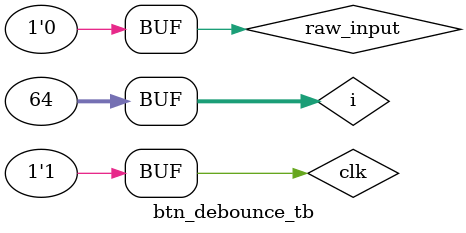
<source format=v>
`include "btn-debounce.v"

module btn_debounce_tb;

reg raw_input, clk;
wire btn_pulse;
integer i;

btn_debounce dut
(
    raw_input, clk, btn_pulse
);

// Dump waveform data
initial
begin
    $dumpfile("./build/rtl-sim/vcd/btn-debounce.vcd");
    $dumpvars;
end

initial
begin
    for (i = 0; i < 64; i = i + 1)
    begin
        if (i == 16)
            raw_input = 1;
        else
            raw_input = 0;
        
        clk = 0;
        #100;
        clk = 1;
        #100;
    end
end


endmodule


</source>
